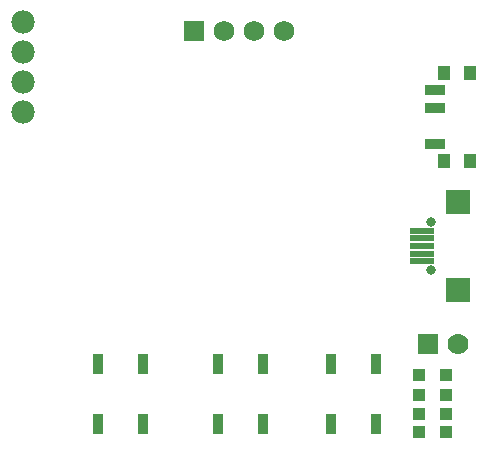
<source format=gts>
G04 ---------------------------- Layer name :TOP SOLDER LAYER*
G04 EasyEDA v5.8.19, Fri, 19 Oct 2018 05:21:59 GMT*
G04 8bfcd2fe48ed4f748b2211d8b79e97b7*
G04 Gerber Generator version 0.2*
G04 Scale: 100 percent, Rotated: No, Reflected: No *
G04 Dimensions in millimeters *
G04 leading zeros omitted , absolute positions ,3 integer and 3 decimal *
%FSLAX33Y33*%
%MOMM*%
G90*
G71D02*

%ADD45R,0.965200X1.727200*%
%ADD46R,2.103120X2.103120*%
%ADD47R,2.053209X0.601980*%
%ADD48C,0.803148*%
%ADD49R,1.778000X1.778000*%
%ADD50C,1.778000*%
%ADD51R,1.003300X1.003300*%
%ADD52R,1.003300X1.203960*%
%ADD53R,1.704340X0.904240*%
%ADD54C,1.973199*%
%ADD55R,1.727200X1.727200*%
%ADD56C,1.727200*%
%ADD57R,1.003198X1.103198*%

%LPD*%
G54D45*
G01X11705Y9739D03*
G01X11705Y4659D03*
G01X7895Y9739D03*
G01X7895Y4659D03*
G01X31485Y9714D03*
G01X31485Y4634D03*
G01X27675Y9714D03*
G01X27675Y4634D03*
G01X21907Y9739D03*
G01X21907Y4659D03*
G01X18097Y9739D03*
G01X18097Y4659D03*
G54D46*
G01X38399Y15960D03*
G01X38399Y23460D03*
G54D47*
G01X35387Y19050D03*
G01X35387Y18415D03*
G01X35387Y19710D03*
G01X35387Y20371D03*
G01X35387Y21006D03*
G54D48*
G01X36109Y21709D03*
G01X36109Y17711D03*
G54D49*
G01X35901Y11398D03*
G54D50*
G01X38441Y11398D03*
G54D51*
G01X35100Y5463D03*
G01X35100Y3939D03*
G01X37400Y5463D03*
G01X37400Y3939D03*
G54D52*
G01X39440Y26943D03*
G01X37256Y26943D03*
G01X37256Y34360D03*
G01X39440Y34360D03*
G54D53*
G01X36469Y28391D03*
G01X36469Y31413D03*
G01X36469Y32912D03*
G54D54*
G01X1599Y31059D03*
G01X1599Y33599D03*
G01X1599Y36139D03*
G01X1599Y38679D03*
G54D55*
G01X16091Y37898D03*
G54D56*
G01X18631Y37898D03*
G01X21171Y37898D03*
G01X23711Y37898D03*
G54D57*
G01X37402Y8798D03*
G01X37402Y7098D03*
G01X35102Y8798D03*
G01X35102Y7098D03*
M00*
M02*

</source>
